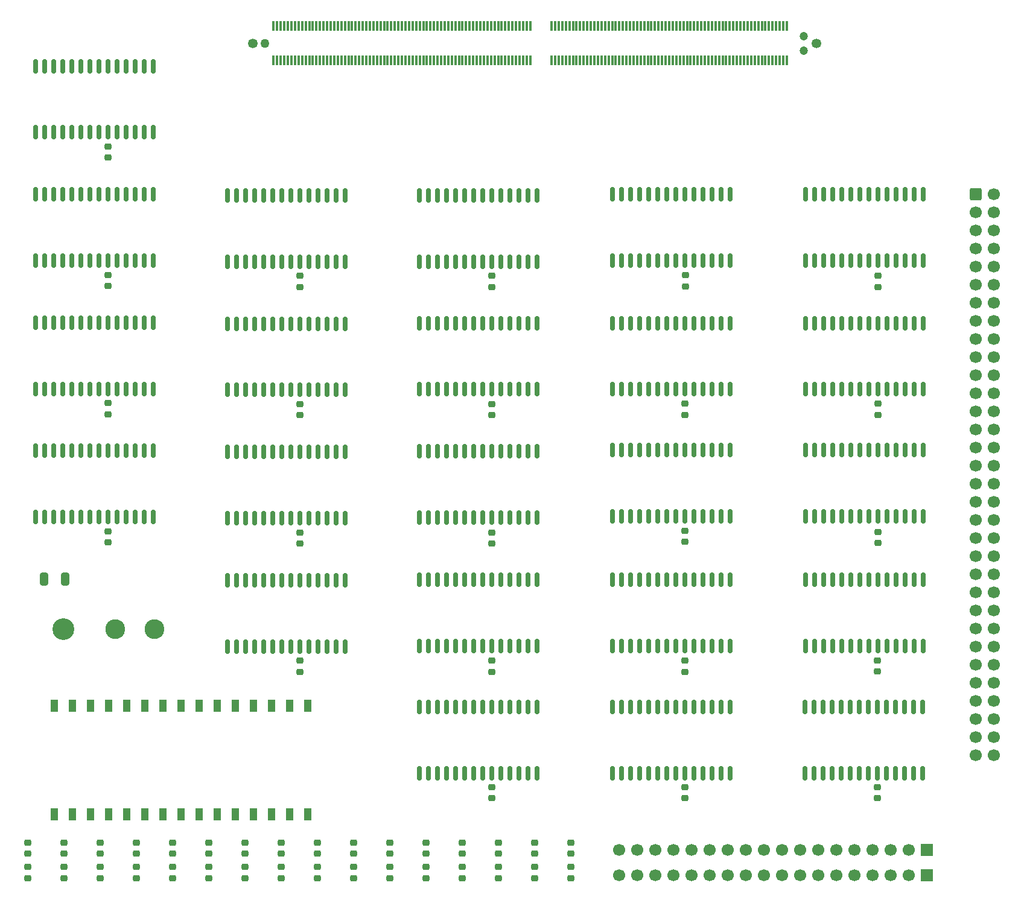
<source format=gbr>
G04 #@! TF.GenerationSoftware,KiCad,Pcbnew,9.0.3*
G04 #@! TF.CreationDate,2025-08-01T19:28:12-07:00*
G04 #@! TF.ProjectId,CardTestFixture,43617264-5465-4737-9446-697874757265,A*
G04 #@! TF.SameCoordinates,Original*
G04 #@! TF.FileFunction,Soldermask,Top*
G04 #@! TF.FilePolarity,Negative*
%FSLAX46Y46*%
G04 Gerber Fmt 4.6, Leading zero omitted, Abs format (unit mm)*
G04 Created by KiCad (PCBNEW 9.0.3) date 2025-08-01 19:28:12*
%MOMM*%
%LPD*%
G01*
G04 APERTURE LIST*
G04 Aperture macros list*
%AMRoundRect*
0 Rectangle with rounded corners*
0 $1 Rounding radius*
0 $2 $3 $4 $5 $6 $7 $8 $9 X,Y pos of 4 corners*
0 Add a 4 corners polygon primitive as box body*
4,1,4,$2,$3,$4,$5,$6,$7,$8,$9,$2,$3,0*
0 Add four circle primitives for the rounded corners*
1,1,$1+$1,$2,$3*
1,1,$1+$1,$4,$5*
1,1,$1+$1,$6,$7*
1,1,$1+$1,$8,$9*
0 Add four rect primitives between the rounded corners*
20,1,$1+$1,$2,$3,$4,$5,0*
20,1,$1+$1,$4,$5,$6,$7,0*
20,1,$1+$1,$6,$7,$8,$9,0*
20,1,$1+$1,$8,$9,$2,$3,0*%
G04 Aperture macros list end*
%ADD10RoundRect,0.225000X0.250000X-0.225000X0.250000X0.225000X-0.250000X0.225000X-0.250000X-0.225000X0*%
%ADD11RoundRect,0.150000X0.150000X-0.875000X0.150000X0.875000X-0.150000X0.875000X-0.150000X-0.875000X0*%
%ADD12RoundRect,0.225000X-0.250000X0.225000X-0.250000X-0.225000X0.250000X-0.225000X0.250000X0.225000X0*%
%ADD13RoundRect,0.218750X0.256250X-0.218750X0.256250X0.218750X-0.256250X0.218750X-0.256250X-0.218750X0*%
%ADD14R,1.700000X1.700000*%
%ADD15C,1.700000*%
%ADD16C,1.270000*%
%ADD17R,0.300000X1.350000*%
%ADD18C,1.349000*%
%ADD19C,1.200000*%
%ADD20RoundRect,0.250000X-0.600000X-0.600000X0.600000X-0.600000X0.600000X0.600000X-0.600000X0.600000X0*%
%ADD21RoundRect,0.250000X0.325000X0.650000X-0.325000X0.650000X-0.325000X-0.650000X0.325000X-0.650000X0*%
%ADD22R,1.000000X1.800000*%
%ADD23C,3.050000*%
%ADD24C,2.775000*%
G04 APERTURE END LIST*
D10*
X88080000Y-151942500D03*
X88080000Y-150392500D03*
D11*
X192110000Y-68700000D03*
X193380000Y-68700000D03*
X194650000Y-68700000D03*
X195920000Y-68700000D03*
X197190000Y-68700000D03*
X198460000Y-68700000D03*
X199730000Y-68700000D03*
X201000000Y-68700000D03*
X202270000Y-68700000D03*
X203540000Y-68700000D03*
X204810000Y-68700000D03*
X206080000Y-68700000D03*
X207350000Y-68700000D03*
X208620000Y-68700000D03*
X208620000Y-59400000D03*
X207350000Y-59400000D03*
X206080000Y-59400000D03*
X204810000Y-59400000D03*
X203540000Y-59400000D03*
X202270000Y-59400000D03*
X201000000Y-59400000D03*
X199730000Y-59400000D03*
X198460000Y-59400000D03*
X197190000Y-59400000D03*
X195920000Y-59400000D03*
X194650000Y-59400000D03*
X193380000Y-59400000D03*
X192110000Y-59400000D03*
D12*
X175222800Y-106625000D03*
X175222800Y-108175000D03*
D11*
X192110000Y-104625000D03*
X193380000Y-104625000D03*
X194650000Y-104625000D03*
X195920000Y-104625000D03*
X197190000Y-104625000D03*
X198460000Y-104625000D03*
X199730000Y-104625000D03*
X201000000Y-104625000D03*
X202270000Y-104625000D03*
X203540000Y-104625000D03*
X204810000Y-104625000D03*
X206080000Y-104625000D03*
X207350000Y-104625000D03*
X208620000Y-104625000D03*
X208620000Y-95325000D03*
X207350000Y-95325000D03*
X206080000Y-95325000D03*
X204810000Y-95325000D03*
X203540000Y-95325000D03*
X202270000Y-95325000D03*
X201000000Y-95325000D03*
X199730000Y-95325000D03*
X198460000Y-95325000D03*
X197190000Y-95325000D03*
X195920000Y-95325000D03*
X194650000Y-95325000D03*
X193380000Y-95325000D03*
X192110000Y-95325000D03*
D10*
X103320000Y-151942500D03*
X103320000Y-150392500D03*
D13*
X103320000Y-155400000D03*
X103320000Y-153825000D03*
D12*
X175222800Y-124850000D03*
X175222800Y-126400000D03*
D10*
X128720000Y-151942500D03*
X128720000Y-150392500D03*
X159200000Y-151942500D03*
X159200000Y-150392500D03*
D12*
X202269800Y-106770200D03*
X202269800Y-108320200D03*
X175270000Y-70770200D03*
X175270000Y-72320200D03*
D13*
X113480000Y-155400000D03*
X113480000Y-153825000D03*
D10*
X118560000Y-151942500D03*
X118560000Y-150392500D03*
D11*
X111020300Y-104850000D03*
X112290300Y-104850000D03*
X113560300Y-104850000D03*
X114830300Y-104850000D03*
X116100300Y-104850000D03*
X117370300Y-104850000D03*
X118640300Y-104850000D03*
X119910300Y-104850000D03*
X121180300Y-104850000D03*
X122450300Y-104850000D03*
X123720300Y-104850000D03*
X124990300Y-104850000D03*
X126260300Y-104850000D03*
X127530300Y-104850000D03*
X127530300Y-95550000D03*
X126260300Y-95550000D03*
X124990300Y-95550000D03*
X123720300Y-95550000D03*
X122450300Y-95550000D03*
X121180300Y-95550000D03*
X119910300Y-95550000D03*
X118640300Y-95550000D03*
X117370300Y-95550000D03*
X116100300Y-95550000D03*
X114830300Y-95550000D03*
X113560300Y-95550000D03*
X112290300Y-95550000D03*
X111020300Y-95550000D03*
D10*
X93160000Y-151942500D03*
X93160000Y-150392500D03*
D12*
X148066500Y-124850000D03*
X148066500Y-126400000D03*
D14*
X209180000Y-151400000D03*
D15*
X206640000Y-151400000D03*
X204100000Y-151400000D03*
X201560000Y-151400000D03*
X199020000Y-151400000D03*
X196480000Y-151400000D03*
X193940000Y-151400000D03*
X191400000Y-151400000D03*
X188860000Y-151400000D03*
X186320000Y-151400000D03*
X183780000Y-151400000D03*
X181240000Y-151400000D03*
X178700000Y-151400000D03*
X176160000Y-151400000D03*
X173620000Y-151400000D03*
X171080000Y-151400000D03*
X168540000Y-151400000D03*
X166000000Y-151400000D03*
D10*
X138880000Y-151942500D03*
X138880000Y-150392500D03*
D13*
X143960000Y-155400000D03*
X143960000Y-153825000D03*
X83000000Y-155400000D03*
X83000000Y-153825000D03*
X88080000Y-155400000D03*
X88080000Y-153825000D03*
D11*
X137906500Y-140625000D03*
X139176500Y-140625000D03*
X140446500Y-140625000D03*
X141716500Y-140625000D03*
X142986500Y-140625000D03*
X144256500Y-140625000D03*
X145526500Y-140625000D03*
X146796500Y-140625000D03*
X148066500Y-140625000D03*
X149336500Y-140625000D03*
X150606500Y-140625000D03*
X151876500Y-140625000D03*
X153146500Y-140625000D03*
X154416500Y-140625000D03*
X154416500Y-131325000D03*
X153146500Y-131325000D03*
X151876500Y-131325000D03*
X150606500Y-131325000D03*
X149336500Y-131325000D03*
X148066500Y-131325000D03*
X146796500Y-131325000D03*
X145526500Y-131325000D03*
X144256500Y-131325000D03*
X142986500Y-131325000D03*
X141716500Y-131325000D03*
X140446500Y-131325000D03*
X139176500Y-131325000D03*
X137906500Y-131325000D03*
D13*
X93160000Y-155400000D03*
X93160000Y-153825000D03*
D11*
X137906500Y-122770200D03*
X139176500Y-122770200D03*
X140446500Y-122770200D03*
X141716500Y-122770200D03*
X142986500Y-122770200D03*
X144256500Y-122770200D03*
X145526500Y-122770200D03*
X146796500Y-122770200D03*
X148066500Y-122770200D03*
X149336500Y-122770200D03*
X150606500Y-122770200D03*
X151876500Y-122770200D03*
X153146500Y-122770200D03*
X154416500Y-122770200D03*
X154416500Y-113470200D03*
X153146500Y-113470200D03*
X151876500Y-113470200D03*
X150606500Y-113470200D03*
X149336500Y-113470200D03*
X148066500Y-113470200D03*
X146796500Y-113470200D03*
X145526500Y-113470200D03*
X144256500Y-113470200D03*
X142986500Y-113470200D03*
X141716500Y-113470200D03*
X140446500Y-113470200D03*
X139176500Y-113470200D03*
X137906500Y-113470200D03*
X84134000Y-86700000D03*
X85404000Y-86700000D03*
X86674000Y-86700000D03*
X87944000Y-86700000D03*
X89214000Y-86700000D03*
X90484000Y-86700000D03*
X91754000Y-86700000D03*
X93024000Y-86700000D03*
X94294000Y-86700000D03*
X95564000Y-86700000D03*
X96834000Y-86700000D03*
X98104000Y-86700000D03*
X99374000Y-86700000D03*
X100644000Y-86700000D03*
X100644000Y-77400000D03*
X99374000Y-77400000D03*
X98104000Y-77400000D03*
X96834000Y-77400000D03*
X95564000Y-77400000D03*
X94294000Y-77400000D03*
X93024000Y-77400000D03*
X91754000Y-77400000D03*
X90484000Y-77400000D03*
X89214000Y-77400000D03*
X87944000Y-77400000D03*
X86674000Y-77400000D03*
X85404000Y-77400000D03*
X84134000Y-77400000D03*
D10*
X133800000Y-151942500D03*
X133800000Y-150392500D03*
D14*
X209180000Y-155000000D03*
D15*
X206640000Y-155000000D03*
X204100000Y-155000000D03*
X201560000Y-155000000D03*
X199020000Y-155000000D03*
X196480000Y-155000000D03*
X193940000Y-155000000D03*
X191400000Y-155000000D03*
X188860000Y-155000000D03*
X186320000Y-155000000D03*
X183780000Y-155000000D03*
X181240000Y-155000000D03*
X178700000Y-155000000D03*
X176160000Y-155000000D03*
X173620000Y-155000000D03*
X171080000Y-155000000D03*
X168540000Y-155000000D03*
X166000000Y-155000000D03*
D13*
X108400000Y-155400000D03*
X108400000Y-153825000D03*
D10*
X113480000Y-151942500D03*
X113480000Y-150392500D03*
D11*
X137906500Y-86770200D03*
X139176500Y-86770200D03*
X140446500Y-86770200D03*
X141716500Y-86770200D03*
X142986500Y-86770200D03*
X144256500Y-86770200D03*
X145526500Y-86770200D03*
X146796500Y-86770200D03*
X148066500Y-86770200D03*
X149336500Y-86770200D03*
X150606500Y-86770200D03*
X151876500Y-86770200D03*
X153146500Y-86770200D03*
X154416500Y-86770200D03*
X154416500Y-77470200D03*
X153146500Y-77470200D03*
X151876500Y-77470200D03*
X150606500Y-77470200D03*
X149336500Y-77470200D03*
X148066500Y-77470200D03*
X146796500Y-77470200D03*
X145526500Y-77470200D03*
X144256500Y-77470200D03*
X142986500Y-77470200D03*
X141716500Y-77470200D03*
X140446500Y-77470200D03*
X139176500Y-77470200D03*
X137906500Y-77470200D03*
D12*
X94294000Y-52700000D03*
X94294000Y-54250000D03*
D16*
X116248900Y-38197500D03*
D17*
X117498900Y-40622500D03*
X117498900Y-35772500D03*
X117998900Y-40622500D03*
X117998900Y-35772500D03*
X118498900Y-40622500D03*
X118498900Y-35772500D03*
X118998900Y-40622500D03*
X118998900Y-35772500D03*
X119498900Y-40622500D03*
X119498900Y-35772500D03*
X119998900Y-40622500D03*
X119998900Y-35772500D03*
X120498900Y-40622500D03*
X120498900Y-35772500D03*
X120998900Y-40622500D03*
X120998900Y-35772500D03*
X121498900Y-40622500D03*
X121498900Y-35772500D03*
X121998900Y-40622500D03*
X121998900Y-35772500D03*
X122498900Y-40622500D03*
X122498900Y-35772500D03*
X122998900Y-40622500D03*
X122998900Y-35772500D03*
X123498900Y-40622500D03*
X123498900Y-35772500D03*
X123998900Y-40622500D03*
X123998900Y-35772500D03*
X124498900Y-40622500D03*
X124498900Y-35772500D03*
X124998900Y-40622500D03*
X124998900Y-35772500D03*
X125498900Y-40622500D03*
X125498900Y-35772500D03*
X125998900Y-40622500D03*
X125998900Y-35772500D03*
X126498900Y-40622500D03*
X126498900Y-35772500D03*
X126998900Y-40622500D03*
X126998900Y-35772500D03*
X127498900Y-40622500D03*
X127498900Y-35772500D03*
X127998900Y-40622500D03*
X127998900Y-35772500D03*
X128498900Y-40622500D03*
X128498900Y-35772500D03*
X128998900Y-40622500D03*
X128998900Y-35772500D03*
X129498900Y-40622500D03*
X129498900Y-35772500D03*
X129998900Y-40622500D03*
X129998900Y-35772500D03*
X130498900Y-40622500D03*
X130498900Y-35772500D03*
X130998900Y-40622500D03*
X130998900Y-35772500D03*
X131498900Y-40622500D03*
X131498900Y-35772500D03*
X131998900Y-40622500D03*
X131998900Y-35772500D03*
X132498900Y-40622500D03*
X132498900Y-35772500D03*
X132998900Y-40622500D03*
X132998900Y-35772500D03*
X133498900Y-40622500D03*
X133498900Y-35772500D03*
X133998900Y-40622500D03*
X133998900Y-35772500D03*
X134498900Y-40622500D03*
X134498900Y-35772500D03*
X134998900Y-40622500D03*
X134998900Y-35772500D03*
X135498900Y-40622500D03*
X135498900Y-35772500D03*
X135998900Y-40622500D03*
X135998900Y-35772500D03*
X136498900Y-40622500D03*
X136498900Y-35772500D03*
X136998900Y-40622500D03*
X136998900Y-35772500D03*
X137498900Y-40622500D03*
X137498900Y-35772500D03*
X137998900Y-40622500D03*
X137998900Y-35772500D03*
X138498900Y-40622500D03*
X138498900Y-35772500D03*
X138998900Y-40622500D03*
X138998900Y-35772500D03*
X139498900Y-40622500D03*
X139498900Y-35772500D03*
X139998900Y-40622500D03*
X139998900Y-35772500D03*
X140498900Y-40622500D03*
X140498900Y-35772500D03*
X140998900Y-40622500D03*
X140998900Y-35772500D03*
X141498900Y-40622500D03*
X141498900Y-35772500D03*
X141998900Y-40622500D03*
X141998900Y-35772500D03*
X142498900Y-40622500D03*
X142498900Y-35772500D03*
X142998900Y-40622500D03*
X142998900Y-35772500D03*
X143498900Y-40622500D03*
X143498900Y-35772500D03*
X143998900Y-40622500D03*
X143998900Y-35772500D03*
X144498900Y-40622500D03*
X144498900Y-35772500D03*
X144998900Y-40622500D03*
X144998900Y-35772500D03*
X145498900Y-40622500D03*
X145498900Y-35772500D03*
X145998900Y-40622500D03*
X145998900Y-35772500D03*
X146498900Y-40622500D03*
X146498900Y-35772500D03*
X146998900Y-40622500D03*
X146998900Y-35772500D03*
X147498900Y-40622500D03*
X147498900Y-35772500D03*
X147998900Y-40622500D03*
X147998900Y-35772500D03*
X148498900Y-40622500D03*
X148498900Y-35772500D03*
X148998900Y-40622500D03*
X148998900Y-35772500D03*
X149498900Y-40622500D03*
X149498900Y-35772500D03*
X149998900Y-40622500D03*
X149998900Y-35772500D03*
X150498900Y-40622500D03*
X150498900Y-35772500D03*
X150998900Y-40622500D03*
X150998900Y-35772500D03*
X151498900Y-40622500D03*
X151498900Y-35772500D03*
X151998900Y-40622500D03*
X151998900Y-35772500D03*
X152498900Y-40622500D03*
X152498900Y-35772500D03*
X152998900Y-40622500D03*
X152998900Y-35772500D03*
X153498900Y-40622500D03*
X153498900Y-35772500D03*
X156498900Y-40622500D03*
X156498900Y-35772500D03*
X156998900Y-40622500D03*
X156998900Y-35772500D03*
X157498900Y-40622500D03*
X157498900Y-35772500D03*
X157998900Y-40622500D03*
X157998900Y-35772500D03*
X158498900Y-40622500D03*
X158498900Y-35772500D03*
X158998900Y-40622500D03*
X158998900Y-35772500D03*
X159498900Y-40622500D03*
X159498900Y-35772500D03*
X159998900Y-40622500D03*
X159998900Y-35772500D03*
X160498900Y-40622500D03*
X160498900Y-35772500D03*
X160998900Y-40622500D03*
X160998900Y-35772500D03*
X161498900Y-40622500D03*
X161498900Y-35772500D03*
X161998900Y-40622500D03*
X161998900Y-35772500D03*
X162498900Y-40622500D03*
X162498900Y-35772500D03*
X162998900Y-40622500D03*
X162998900Y-35772500D03*
X163498900Y-40622500D03*
X163498900Y-35772500D03*
X163998900Y-40622500D03*
X163998900Y-35772500D03*
X164498900Y-40622500D03*
X164498900Y-35772500D03*
X164998900Y-40622500D03*
X164998900Y-35772500D03*
X165498900Y-40622500D03*
X165498900Y-35772500D03*
X165998900Y-40622500D03*
X165998900Y-35772500D03*
X166498900Y-40622500D03*
X166498900Y-35772500D03*
X166998900Y-40622500D03*
X166998900Y-35772500D03*
X167498900Y-40622500D03*
X167498900Y-35772500D03*
X167998900Y-40622500D03*
X167998900Y-35772500D03*
X168498900Y-40622500D03*
X168498900Y-35772500D03*
X168998900Y-40622500D03*
X168998900Y-35772500D03*
X169498900Y-40622500D03*
X169498900Y-35772500D03*
X169998900Y-40622500D03*
X169998900Y-35772500D03*
X170498900Y-40622500D03*
X170498900Y-35772500D03*
X170998900Y-40622500D03*
X170998900Y-35772500D03*
X171498900Y-40622500D03*
X171498900Y-35772500D03*
X171998900Y-40622500D03*
X171998900Y-35772500D03*
X172498900Y-40622500D03*
X172498900Y-35772500D03*
X172998900Y-40622500D03*
X172998900Y-35772500D03*
X173498900Y-40622500D03*
X173498900Y-35772500D03*
X173998900Y-40622500D03*
X173998900Y-35772500D03*
X174498900Y-40622500D03*
X174498900Y-35772500D03*
X174998900Y-40622500D03*
X174998900Y-35772500D03*
X175498900Y-40622500D03*
X175498900Y-35772500D03*
X175998900Y-40622500D03*
X175998900Y-35772500D03*
X176498900Y-40622500D03*
X176498900Y-35772500D03*
X176998900Y-40622500D03*
X176998900Y-35772500D03*
X177498900Y-40622500D03*
X177498900Y-35772500D03*
X177998900Y-40622500D03*
X177998900Y-35772500D03*
X178498900Y-40622500D03*
X178498900Y-35772500D03*
X178998900Y-40622500D03*
X178998900Y-35772500D03*
X179498900Y-40622500D03*
X179498900Y-35772500D03*
X179998900Y-40622500D03*
X179998900Y-35772500D03*
X180498900Y-40622500D03*
X180498900Y-35772500D03*
X180998900Y-40622500D03*
X180998900Y-35772500D03*
X181498900Y-40622500D03*
X181498900Y-35772500D03*
X181998900Y-40622500D03*
X181998900Y-35772500D03*
X182498900Y-40622500D03*
X182498900Y-35772500D03*
X182998900Y-40622500D03*
X182998900Y-35772500D03*
X183498900Y-40622500D03*
X183498900Y-35772500D03*
X183998900Y-40622500D03*
X183998900Y-35772500D03*
X184498900Y-40622500D03*
X184498900Y-35772500D03*
X184998900Y-40622500D03*
X184998900Y-35772500D03*
X185498900Y-40622500D03*
X185498900Y-35772500D03*
X185998900Y-40622500D03*
X185998900Y-35772500D03*
X186498900Y-40622500D03*
X186498900Y-35772500D03*
X186998900Y-40622500D03*
X186998900Y-35772500D03*
X187498900Y-40622500D03*
X187498900Y-35772500D03*
X187998900Y-40622500D03*
X187998900Y-35772500D03*
X188498900Y-40622500D03*
X188498900Y-35772500D03*
X188998900Y-40622500D03*
X188998900Y-35772500D03*
X189498900Y-40622500D03*
X189498900Y-35772500D03*
D18*
X114568900Y-38197500D03*
D19*
X191908900Y-39197500D03*
X191908900Y-37197500D03*
D18*
X193698900Y-38197500D03*
D11*
X84134000Y-50700000D03*
X85404000Y-50700000D03*
X86674000Y-50700000D03*
X87944000Y-50700000D03*
X89214000Y-50700000D03*
X90484000Y-50700000D03*
X91754000Y-50700000D03*
X93024000Y-50700000D03*
X94294000Y-50700000D03*
X95564000Y-50700000D03*
X96834000Y-50700000D03*
X98104000Y-50700000D03*
X99374000Y-50700000D03*
X100644000Y-50700000D03*
X100644000Y-41400000D03*
X99374000Y-41400000D03*
X98104000Y-41400000D03*
X96834000Y-41400000D03*
X95564000Y-41400000D03*
X94294000Y-41400000D03*
X93024000Y-41400000D03*
X91754000Y-41400000D03*
X90484000Y-41400000D03*
X89214000Y-41400000D03*
X87944000Y-41400000D03*
X86674000Y-41400000D03*
X85404000Y-41400000D03*
X84134000Y-41400000D03*
X192015000Y-140625000D03*
X193285000Y-140625000D03*
X194555000Y-140625000D03*
X195825000Y-140625000D03*
X197095000Y-140625000D03*
X198365000Y-140625000D03*
X199635000Y-140625000D03*
X200905000Y-140625000D03*
X202175000Y-140625000D03*
X203445000Y-140625000D03*
X204715000Y-140625000D03*
X205985000Y-140625000D03*
X207255000Y-140625000D03*
X208525000Y-140625000D03*
X208525000Y-131325000D03*
X207255000Y-131325000D03*
X205985000Y-131325000D03*
X204715000Y-131325000D03*
X203445000Y-131325000D03*
X202175000Y-131325000D03*
X200905000Y-131325000D03*
X199635000Y-131325000D03*
X198365000Y-131325000D03*
X197095000Y-131325000D03*
X195825000Y-131325000D03*
X194555000Y-131325000D03*
X193285000Y-131325000D03*
X192015000Y-131325000D03*
X165062800Y-86770200D03*
X166332800Y-86770200D03*
X167602800Y-86770200D03*
X168872800Y-86770200D03*
X170142800Y-86770200D03*
X171412800Y-86770200D03*
X172682800Y-86770200D03*
X173952800Y-86770200D03*
X175222800Y-86770200D03*
X176492800Y-86770200D03*
X177762800Y-86770200D03*
X179032800Y-86770200D03*
X180302800Y-86770200D03*
X181572800Y-86770200D03*
X181572800Y-77470200D03*
X180302800Y-77470200D03*
X179032800Y-77470200D03*
X177762800Y-77470200D03*
X176492800Y-77470200D03*
X175222800Y-77470200D03*
X173952800Y-77470200D03*
X172682800Y-77470200D03*
X171412800Y-77470200D03*
X170142800Y-77470200D03*
X168872800Y-77470200D03*
X167602800Y-77470200D03*
X166332800Y-77470200D03*
X165062800Y-77470200D03*
D12*
X148066500Y-106850000D03*
X148066500Y-108400000D03*
D13*
X128720000Y-155400000D03*
X128720000Y-153825000D03*
D12*
X202270000Y-88800000D03*
X202270000Y-90350000D03*
D10*
X123640000Y-151942500D03*
X123640000Y-150392500D03*
D11*
X84134000Y-68700000D03*
X85404000Y-68700000D03*
X86674000Y-68700000D03*
X87944000Y-68700000D03*
X89214000Y-68700000D03*
X90484000Y-68700000D03*
X91754000Y-68700000D03*
X93024000Y-68700000D03*
X94294000Y-68700000D03*
X95564000Y-68700000D03*
X96834000Y-68700000D03*
X98104000Y-68700000D03*
X99374000Y-68700000D03*
X100644000Y-68700000D03*
X100644000Y-59400000D03*
X99374000Y-59400000D03*
X98104000Y-59400000D03*
X96834000Y-59400000D03*
X95564000Y-59400000D03*
X94294000Y-59400000D03*
X93024000Y-59400000D03*
X91754000Y-59400000D03*
X90484000Y-59400000D03*
X89214000Y-59400000D03*
X87944000Y-59400000D03*
X86674000Y-59400000D03*
X85404000Y-59400000D03*
X84134000Y-59400000D03*
D12*
X121180300Y-70850000D03*
X121180300Y-72400000D03*
X148100000Y-70850000D03*
X148100000Y-72400000D03*
D10*
X108400000Y-151942500D03*
X108400000Y-150392500D03*
D11*
X165062800Y-68700000D03*
X166332800Y-68700000D03*
X167602800Y-68700000D03*
X168872800Y-68700000D03*
X170142800Y-68700000D03*
X171412800Y-68700000D03*
X172682800Y-68700000D03*
X173952800Y-68700000D03*
X175222800Y-68700000D03*
X176492800Y-68700000D03*
X177762800Y-68700000D03*
X179032800Y-68700000D03*
X180302800Y-68700000D03*
X181572800Y-68700000D03*
X181572800Y-59400000D03*
X180302800Y-59400000D03*
X179032800Y-59400000D03*
X177762800Y-59400000D03*
X176492800Y-59400000D03*
X175222800Y-59400000D03*
X173952800Y-59400000D03*
X172682800Y-59400000D03*
X171412800Y-59400000D03*
X170142800Y-59400000D03*
X168872800Y-59400000D03*
X167602800Y-59400000D03*
X166332800Y-59400000D03*
X165062800Y-59400000D03*
D10*
X143960000Y-151942500D03*
X143960000Y-150392500D03*
D11*
X137906500Y-104770200D03*
X139176500Y-104770200D03*
X140446500Y-104770200D03*
X141716500Y-104770200D03*
X142986500Y-104770200D03*
X144256500Y-104770200D03*
X145526500Y-104770200D03*
X146796500Y-104770200D03*
X148066500Y-104770200D03*
X149336500Y-104770200D03*
X150606500Y-104770200D03*
X151876500Y-104770200D03*
X153146500Y-104770200D03*
X154416500Y-104770200D03*
X154416500Y-95470200D03*
X153146500Y-95470200D03*
X151876500Y-95470200D03*
X150606500Y-95470200D03*
X149336500Y-95470200D03*
X148066500Y-95470200D03*
X146796500Y-95470200D03*
X145526500Y-95470200D03*
X144256500Y-95470200D03*
X142986500Y-95470200D03*
X141716500Y-95470200D03*
X140446500Y-95470200D03*
X139176500Y-95470200D03*
X137906500Y-95470200D03*
D12*
X121180300Y-88850000D03*
X121180300Y-90400000D03*
D11*
X111020300Y-86850000D03*
X112290300Y-86850000D03*
X113560300Y-86850000D03*
X114830300Y-86850000D03*
X116100300Y-86850000D03*
X117370300Y-86850000D03*
X118640300Y-86850000D03*
X119910300Y-86850000D03*
X121180300Y-86850000D03*
X122450300Y-86850000D03*
X123720300Y-86850000D03*
X124990300Y-86850000D03*
X126260300Y-86850000D03*
X127530300Y-86850000D03*
X127530300Y-77550000D03*
X126260300Y-77550000D03*
X124990300Y-77550000D03*
X123720300Y-77550000D03*
X122450300Y-77550000D03*
X121180300Y-77550000D03*
X119910300Y-77550000D03*
X118640300Y-77550000D03*
X117370300Y-77550000D03*
X116100300Y-77550000D03*
X114830300Y-77550000D03*
X113560300Y-77550000D03*
X112290300Y-77550000D03*
X111020300Y-77550000D03*
D12*
X148066500Y-88850000D03*
X148066500Y-90400000D03*
D10*
X83000000Y-151942500D03*
X83000000Y-150392500D03*
D12*
X175222800Y-142625000D03*
X175222800Y-144175000D03*
D20*
X216000000Y-59400000D03*
D15*
X218540000Y-59400000D03*
X216000000Y-61940000D03*
X218540000Y-61940000D03*
X216000000Y-64480000D03*
X218540000Y-64480000D03*
X216000000Y-67020000D03*
X218540000Y-67020000D03*
X216000000Y-69560000D03*
X218540000Y-69560000D03*
X216000000Y-72100000D03*
X218540000Y-72100000D03*
X216000000Y-74640000D03*
X218540000Y-74640000D03*
X216000000Y-77180000D03*
X218540000Y-77180000D03*
X216000000Y-79720000D03*
X218540000Y-79720000D03*
X216000000Y-82260000D03*
X218540000Y-82260000D03*
X216000000Y-84800000D03*
X218540000Y-84800000D03*
X216000000Y-87340000D03*
X218540000Y-87340000D03*
X216000000Y-89880000D03*
X218540000Y-89880000D03*
X216000000Y-92420000D03*
X218540000Y-92420000D03*
X216000000Y-94960000D03*
X218540000Y-94960000D03*
X216000000Y-97500000D03*
X218540000Y-97500000D03*
X216000000Y-100040000D03*
X218540000Y-100040000D03*
X216000000Y-102580000D03*
X218540000Y-102580000D03*
X216000000Y-105120000D03*
X218540000Y-105120000D03*
X216000000Y-107660000D03*
X218540000Y-107660000D03*
X216000000Y-110200000D03*
X218540000Y-110200000D03*
X216000000Y-112740000D03*
X218540000Y-112740000D03*
X216000000Y-115280000D03*
X218540000Y-115280000D03*
X216000000Y-117820000D03*
X218540000Y-117820000D03*
X216000000Y-120360000D03*
X218540000Y-120360000D03*
X216000000Y-122900000D03*
X218540000Y-122900000D03*
X216000000Y-125440000D03*
X218540000Y-125440000D03*
X216000000Y-127980000D03*
X218540000Y-127980000D03*
X216000000Y-130520000D03*
X218540000Y-130520000D03*
X216000000Y-133060000D03*
X218540000Y-133060000D03*
X216000000Y-135600000D03*
X218540000Y-135600000D03*
X216000000Y-138140000D03*
X218540000Y-138140000D03*
D11*
X111020300Y-68850000D03*
X112290300Y-68850000D03*
X113560300Y-68850000D03*
X114830300Y-68850000D03*
X116100300Y-68850000D03*
X117370300Y-68850000D03*
X118640300Y-68850000D03*
X119910300Y-68850000D03*
X121180300Y-68850000D03*
X122450300Y-68850000D03*
X123720300Y-68850000D03*
X124990300Y-68850000D03*
X126260300Y-68850000D03*
X127530300Y-68850000D03*
X127530300Y-59550000D03*
X126260300Y-59550000D03*
X124990300Y-59550000D03*
X123720300Y-59550000D03*
X122450300Y-59550000D03*
X121180300Y-59550000D03*
X119910300Y-59550000D03*
X118640300Y-59550000D03*
X117370300Y-59550000D03*
X116100300Y-59550000D03*
X114830300Y-59550000D03*
X113560300Y-59550000D03*
X112290300Y-59550000D03*
X111020300Y-59550000D03*
D12*
X202200000Y-124800000D03*
X202200000Y-126350000D03*
D11*
X165062800Y-140625000D03*
X166332800Y-140625000D03*
X167602800Y-140625000D03*
X168872800Y-140625000D03*
X170142800Y-140625000D03*
X171412800Y-140625000D03*
X172682800Y-140625000D03*
X173952800Y-140625000D03*
X175222800Y-140625000D03*
X176492800Y-140625000D03*
X177762800Y-140625000D03*
X179032800Y-140625000D03*
X180302800Y-140625000D03*
X181572800Y-140625000D03*
X181572800Y-131325000D03*
X180302800Y-131325000D03*
X179032800Y-131325000D03*
X177762800Y-131325000D03*
X176492800Y-131325000D03*
X175222800Y-131325000D03*
X173952800Y-131325000D03*
X172682800Y-131325000D03*
X171412800Y-131325000D03*
X170142800Y-131325000D03*
X168872800Y-131325000D03*
X167602800Y-131325000D03*
X166332800Y-131325000D03*
X165062800Y-131325000D03*
D13*
X154120000Y-155400000D03*
X154120000Y-153825000D03*
X133800000Y-155400000D03*
X133800000Y-153825000D03*
X118560000Y-155400000D03*
X118560000Y-153825000D03*
D12*
X148066500Y-142625000D03*
X148066500Y-144175000D03*
D11*
X84134000Y-104700000D03*
X85404000Y-104700000D03*
X86674000Y-104700000D03*
X87944000Y-104700000D03*
X89214000Y-104700000D03*
X90484000Y-104700000D03*
X91754000Y-104700000D03*
X93024000Y-104700000D03*
X94294000Y-104700000D03*
X95564000Y-104700000D03*
X96834000Y-104700000D03*
X98104000Y-104700000D03*
X99374000Y-104700000D03*
X100644000Y-104700000D03*
X100644000Y-95400000D03*
X99374000Y-95400000D03*
X98104000Y-95400000D03*
X96834000Y-95400000D03*
X95564000Y-95400000D03*
X94294000Y-95400000D03*
X93024000Y-95400000D03*
X91754000Y-95400000D03*
X90484000Y-95400000D03*
X89214000Y-95400000D03*
X87944000Y-95400000D03*
X86674000Y-95400000D03*
X85404000Y-95400000D03*
X84134000Y-95400000D03*
D13*
X159200000Y-155400000D03*
X159200000Y-153825000D03*
D11*
X192109800Y-122770200D03*
X193379800Y-122770200D03*
X194649800Y-122770200D03*
X195919800Y-122770200D03*
X197189800Y-122770200D03*
X198459800Y-122770200D03*
X199729800Y-122770200D03*
X200999800Y-122770200D03*
X202269800Y-122770200D03*
X203539800Y-122770200D03*
X204809800Y-122770200D03*
X206079800Y-122770200D03*
X207349800Y-122770200D03*
X208619800Y-122770200D03*
X208619800Y-113470200D03*
X207349800Y-113470200D03*
X206079800Y-113470200D03*
X204809800Y-113470200D03*
X203539800Y-113470200D03*
X202269800Y-113470200D03*
X200999800Y-113470200D03*
X199729800Y-113470200D03*
X198459800Y-113470200D03*
X197189800Y-113470200D03*
X195919800Y-113470200D03*
X194649800Y-113470200D03*
X193379800Y-113470200D03*
X192109800Y-113470200D03*
X111020300Y-122850000D03*
X112290300Y-122850000D03*
X113560300Y-122850000D03*
X114830300Y-122850000D03*
X116100300Y-122850000D03*
X117370300Y-122850000D03*
X118640300Y-122850000D03*
X119910300Y-122850000D03*
X121180300Y-122850000D03*
X122450300Y-122850000D03*
X123720300Y-122850000D03*
X124990300Y-122850000D03*
X126260300Y-122850000D03*
X127530300Y-122850000D03*
X127530300Y-113550000D03*
X126260300Y-113550000D03*
X124990300Y-113550000D03*
X123720300Y-113550000D03*
X122450300Y-113550000D03*
X121180300Y-113550000D03*
X119910300Y-113550000D03*
X118640300Y-113550000D03*
X117370300Y-113550000D03*
X116100300Y-113550000D03*
X114830300Y-113550000D03*
X113560300Y-113550000D03*
X112290300Y-113550000D03*
X111020300Y-113550000D03*
D21*
X88228000Y-113392400D03*
X85278000Y-113392400D03*
D12*
X94294000Y-106700000D03*
X94294000Y-108250000D03*
X94294000Y-88700000D03*
X94294000Y-90250000D03*
D22*
X122300000Y-131160000D03*
X119760000Y-131160000D03*
X117220000Y-131160000D03*
X114680000Y-131160000D03*
X112140000Y-131160000D03*
X109600000Y-131160000D03*
X107060000Y-131160000D03*
X104520000Y-131160000D03*
X101980000Y-131160000D03*
X99440000Y-131160000D03*
X96900000Y-131160000D03*
X94360000Y-131160000D03*
X91820000Y-131160000D03*
X89280000Y-131160000D03*
X86740000Y-131160000D03*
X86740000Y-146400000D03*
X89280000Y-146400000D03*
X91820000Y-146400000D03*
X94360000Y-146400000D03*
X96900000Y-146400000D03*
X99440000Y-146400000D03*
X101980000Y-146400000D03*
X104520000Y-146400000D03*
X107060000Y-146400000D03*
X109600000Y-146400000D03*
X112140000Y-146400000D03*
X114680000Y-146400000D03*
X117220000Y-146400000D03*
X119760000Y-146400000D03*
X122300000Y-146400000D03*
D10*
X154120000Y-151942500D03*
X154120000Y-150392500D03*
D11*
X165062800Y-104625000D03*
X166332800Y-104625000D03*
X167602800Y-104625000D03*
X168872800Y-104625000D03*
X170142800Y-104625000D03*
X171412800Y-104625000D03*
X172682800Y-104625000D03*
X173952800Y-104625000D03*
X175222800Y-104625000D03*
X176492800Y-104625000D03*
X177762800Y-104625000D03*
X179032800Y-104625000D03*
X180302800Y-104625000D03*
X181572800Y-104625000D03*
X181572800Y-95325000D03*
X180302800Y-95325000D03*
X179032800Y-95325000D03*
X177762800Y-95325000D03*
X176492800Y-95325000D03*
X175222800Y-95325000D03*
X173952800Y-95325000D03*
X172682800Y-95325000D03*
X171412800Y-95325000D03*
X170142800Y-95325000D03*
X168872800Y-95325000D03*
X167602800Y-95325000D03*
X166332800Y-95325000D03*
X165062800Y-95325000D03*
D23*
X88000000Y-120400000D03*
D24*
X95300000Y-120400000D03*
X100800000Y-120400000D03*
D12*
X202270000Y-70850000D03*
X202270000Y-72400000D03*
X121180300Y-124850000D03*
X121180300Y-126400000D03*
D13*
X123640000Y-155400000D03*
X123640000Y-153825000D03*
X149040000Y-155400000D03*
X149040000Y-153825000D03*
D11*
X165062800Y-122770200D03*
X166332800Y-122770200D03*
X167602800Y-122770200D03*
X168872800Y-122770200D03*
X170142800Y-122770200D03*
X171412800Y-122770200D03*
X172682800Y-122770200D03*
X173952800Y-122770200D03*
X175222800Y-122770200D03*
X176492800Y-122770200D03*
X177762800Y-122770200D03*
X179032800Y-122770200D03*
X180302800Y-122770200D03*
X181572800Y-122770200D03*
X181572800Y-113470200D03*
X180302800Y-113470200D03*
X179032800Y-113470200D03*
X177762800Y-113470200D03*
X176492800Y-113470200D03*
X175222800Y-113470200D03*
X173952800Y-113470200D03*
X172682800Y-113470200D03*
X171412800Y-113470200D03*
X170142800Y-113470200D03*
X168872800Y-113470200D03*
X167602800Y-113470200D03*
X166332800Y-113470200D03*
X165062800Y-113470200D03*
D12*
X202208000Y-142628000D03*
X202208000Y-144178000D03*
D10*
X98240000Y-151942500D03*
X98240000Y-150392500D03*
D13*
X138880000Y-155400000D03*
X138880000Y-153825000D03*
D11*
X192110000Y-86770200D03*
X193380000Y-86770200D03*
X194650000Y-86770200D03*
X195920000Y-86770200D03*
X197190000Y-86770200D03*
X198460000Y-86770200D03*
X199730000Y-86770200D03*
X201000000Y-86770200D03*
X202270000Y-86770200D03*
X203540000Y-86770200D03*
X204810000Y-86770200D03*
X206080000Y-86770200D03*
X207350000Y-86770200D03*
X208620000Y-86770200D03*
X208620000Y-77470200D03*
X207350000Y-77470200D03*
X206080000Y-77470200D03*
X204810000Y-77470200D03*
X203540000Y-77470200D03*
X202270000Y-77470200D03*
X201000000Y-77470200D03*
X199730000Y-77470200D03*
X198460000Y-77470200D03*
X197190000Y-77470200D03*
X195920000Y-77470200D03*
X194650000Y-77470200D03*
X193380000Y-77470200D03*
X192110000Y-77470200D03*
D12*
X121180300Y-106850000D03*
X121180300Y-108400000D03*
X94294000Y-70700000D03*
X94294000Y-72250000D03*
X175200000Y-88800000D03*
X175200000Y-90350000D03*
D13*
X98240000Y-155400000D03*
X98240000Y-153825000D03*
D10*
X149040000Y-151942500D03*
X149040000Y-150392500D03*
D11*
X137906500Y-68850000D03*
X139176500Y-68850000D03*
X140446500Y-68850000D03*
X141716500Y-68850000D03*
X142986500Y-68850000D03*
X144256500Y-68850000D03*
X145526500Y-68850000D03*
X146796500Y-68850000D03*
X148066500Y-68850000D03*
X149336500Y-68850000D03*
X150606500Y-68850000D03*
X151876500Y-68850000D03*
X153146500Y-68850000D03*
X154416500Y-68850000D03*
X154416500Y-59550000D03*
X153146500Y-59550000D03*
X151876500Y-59550000D03*
X150606500Y-59550000D03*
X149336500Y-59550000D03*
X148066500Y-59550000D03*
X146796500Y-59550000D03*
X145526500Y-59550000D03*
X144256500Y-59550000D03*
X142986500Y-59550000D03*
X141716500Y-59550000D03*
X140446500Y-59550000D03*
X139176500Y-59550000D03*
X137906500Y-59550000D03*
M02*

</source>
